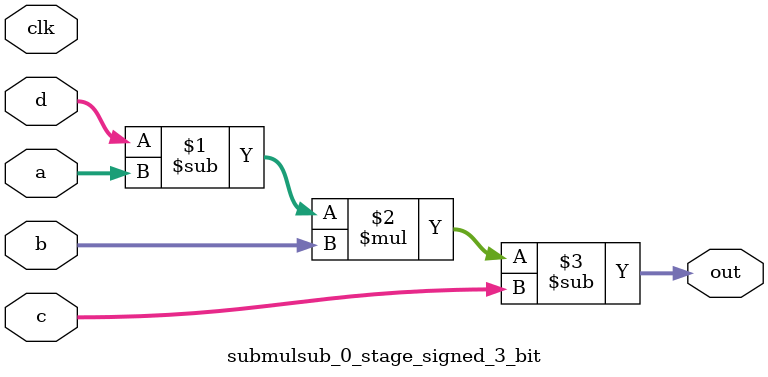
<source format=sv>
(* use_dsp = "yes" *) module submulsub_0_stage_signed_3_bit(
	input signed [2:0] a,
	input signed [2:0] b,
	input signed [2:0] c,
	input signed [2:0] d,
	output [2:0] out,
	input clk);

	assign out = ((d - a) * b) - c;
endmodule

</source>
